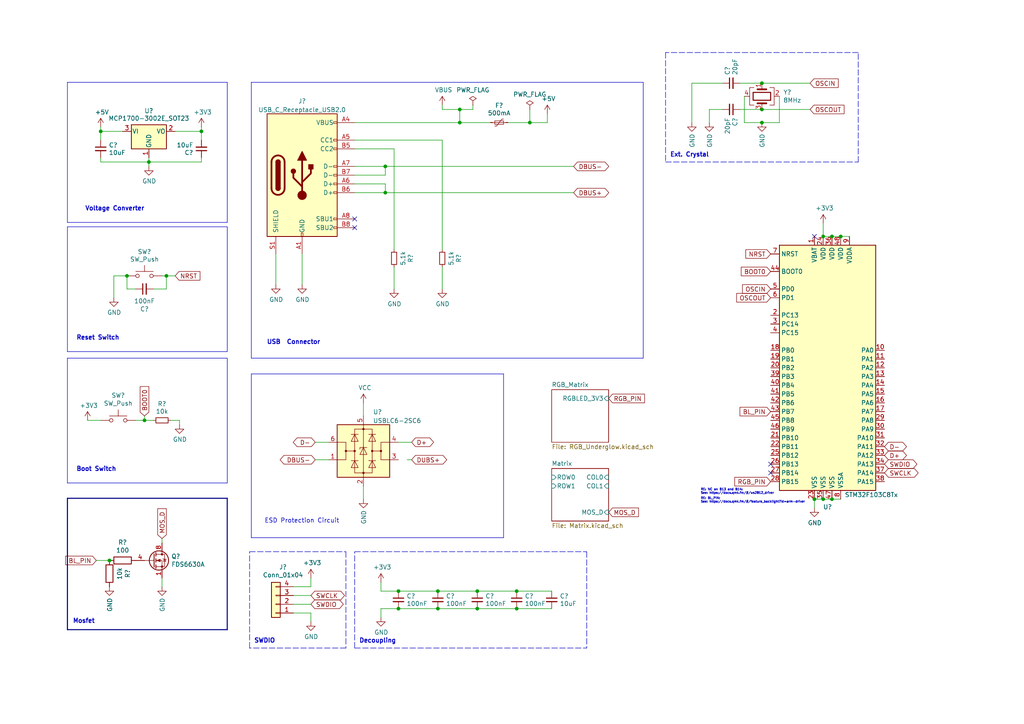
<source format=kicad_sch>
(kicad_sch (version 20211123) (generator eeschema)
  (paper "A4")
  (lib_symbols
    (symbol "Connector:USB_C_Receptacle_USB2.0" (pin_names (offset 1.016))
      (property "Reference" "J" (at -10.16 19.05 0))
      (property "Value" "USB_C_Receptacle_USB2.0" (at 19.05 19.05 0))
      (symbol "USB_C_Receptacle_USB2.0_0_0"
        (rectangle (start -0.254 -17.78) (end 0.254 -16.764))
        (rectangle (start 10.16 -14.986) (end 9.144 -15.494))
        (rectangle (start 10.16 -12.446) (end 9.144 -12.954))
        (rectangle (start 10.16 -4.826) (end 9.144 -5.334))
        (rectangle (start 10.16 -2.286) (end 9.144 -2.794))
        (rectangle (start 10.16 0.254) (end 9.144 -0.254))
        (rectangle (start 10.16 2.794) (end 9.144 2.286))
        (rectangle (start 10.16 7.874) (end 9.144 7.366))
        (rectangle (start 10.16 10.414) (end 9.144 9.906))
        (rectangle (start 10.16 15.494) (end 9.144 14.986))
      )
      (symbol "USB_C_Receptacle_USB2.0_0_1"
        (rectangle (start -10.16 17.78) (end 10.16 -17.78) (stroke (width 0.254)) (fill (type background)))
        (arc (start -8.89 -3.81) (mid -6.985 -5.715) (end -5.08 -3.81) (stroke (width 0.508)))
        (arc (start -7.62 -3.81) (mid -6.985 -4.445) (end -6.35 -3.81) (stroke (width 0.254)))
        (arc (start -7.62 -3.81) (mid -6.985 -4.445) (end -6.35 -3.81) (stroke (width 0.254)) (fill (type outline)))
        (rectangle (start -7.62 -3.81) (end -6.35 3.81) (stroke (width 0.254)) (fill (type outline)))
        (arc (start -6.35 3.81) (mid -6.985 4.445) (end -7.62 3.81) (stroke (width 0.254)))
        (arc (start -6.35 3.81) (mid -6.985 4.445) (end -7.62 3.81) (stroke (width 0.254)) (fill (type outline)))
        (arc (start -5.08 3.81) (mid -6.985 5.715) (end -8.89 3.81) (stroke (width 0.508)))
        (circle (center -2.54 1.143) (radius 0.635) (stroke (width 0.254)) (fill (type outline)))
        (circle (center 0 -5.842) (radius 1.27) (fill (type outline)))
        (polyline (pts (xy -8.89 -3.81) (xy -8.89 3.81)) (stroke (width 0.508)))
        (polyline (pts (xy -5.08 3.81) (xy -5.08 -3.81)) (stroke (width 0.508)))
        (polyline (pts (xy 0 -5.842) (xy 0 4.318)) (stroke (width 0.508)))
        (polyline (pts (xy 0 -3.302) (xy -2.54 -0.762) (xy -2.54 0.508)) (stroke (width 0.508)))
        (polyline (pts (xy 0 -2.032) (xy 2.54 0.508) (xy 2.54 1.778)) (stroke (width 0.508)))
        (polyline (pts (xy -1.27 4.318) (xy 0 6.858) (xy 1.27 4.318) (xy -1.27 4.318)) (stroke (width 0.254)) (fill (type outline)))
        (rectangle (start 1.905 1.778) (end 3.175 3.048) (stroke (width 0.254)) (fill (type outline)))
      )
      (symbol "USB_C_Receptacle_USB2.0_1_1"
        (pin passive line (at 0 -22.86 90) (length 5.08) (name "GND") (number "A1"))
        (pin passive line (at 0 -22.86 90) (length 5.08) hide (name "GND") (number "A12"))
        (pin passive line (at 15.24 15.24 180) (length 5.08) (name "VBUS") (number "A4"))
        (pin bidirectional line (at 15.24 10.16 180) (length 5.08) (name "CC1") (number "A5"))
        (pin bidirectional line (at 15.24 -2.54 180) (length 5.08) (name "D+") (number "A6"))
        (pin bidirectional line (at 15.24 2.54 180) (length 5.08) (name "D-") (number "A7"))
        (pin bidirectional line (at 15.24 -12.7 180) (length 5.08) (name "SBU1") (number "A8"))
        (pin passive line (at 15.24 15.24 180) (length 5.08) hide (name "VBUS") (number "A9"))
        (pin passive line (at 0 -22.86 90) (length 5.08) hide (name "GND") (number "B1"))
        (pin passive line (at 0 -22.86 90) (length 5.08) hide (name "GND") (number "B12"))
        (pin passive line (at 15.24 15.24 180) (length 5.08) hide (name "VBUS") (number "B4"))
        (pin bidirectional line (at 15.24 7.62 180) (length 5.08) (name "CC2") (number "B5"))
        (pin bidirectional line (at 15.24 -5.08 180) (length 5.08) (name "D+") (number "B6"))
        (pin bidirectional line (at 15.24 0 180) (length 5.08) (name "D-") (number "B7"))
        (pin bidirectional line (at 15.24 -15.24 180) (length 5.08) (name "SBU2") (number "B8"))
        (pin passive line (at 15.24 15.24 180) (length 5.08) hide (name "VBUS") (number "B9"))
        (pin passive line (at -7.62 -22.86 90) (length 5.08) (name "SHIELD") (number "S1"))
      )
    )
    (symbol "Connector_Generic:Conn_01x04" (pin_names (offset 1.016) hide)
      (property "Reference" "J" (at 0 5.08 0))
      (property "Value" "Conn_01x04" (at 0 -7.62 0))
      (symbol "Conn_01x04_1_1"
        (rectangle (start -1.27 -4.953) (end 0 -5.207) (stroke (width 0.1524)))
        (rectangle (start -1.27 -2.413) (end 0 -2.667) (stroke (width 0.1524)))
        (rectangle (start -1.27 0.127) (end 0 -0.127) (stroke (width 0.1524)))
        (rectangle (start -1.27 2.667) (end 0 2.413) (stroke (width 0.1524)))
        (rectangle (start -1.27 3.81) (end 1.27 -6.35) (stroke (width 0.254)) (fill (type background)))
        (pin passive line (at -5.08 2.54 0) (length 3.81) (name "Pin_1") (number "1"))
        (pin passive line (at -5.08 0 0) (length 3.81) (name "Pin_2") (number "2"))
        (pin passive line (at -5.08 -2.54 0) (length 3.81) (name "Pin_3") (number "3"))
        (pin passive line (at -5.08 -5.08 0) (length 3.81) (name "Pin_4") (number "4"))
      )
    )
    (symbol "Device:C_Small" (pin_numbers hide) (pin_names (offset 0.254) hide)
      (property "Reference" "C" (at 0.254 1.778 0))
      (property "Value" "C_Small" (at 0.254 -2.032 0))
      (symbol "C_Small_0_1"
        (polyline (pts (xy -1.524 -0.508) (xy 1.524 -0.508)) (stroke (width 0.3302)))
        (polyline (pts (xy -1.524 0.508) (xy 1.524 0.508)) (stroke (width 0.3048)))
      )
      (symbol "C_Small_1_1"
        (pin passive line (at 0 2.54 270) (length 2.032) (name "~") (number "1"))
        (pin passive line (at 0 -2.54 90) (length 2.032) (name "~") (number "2"))
      )
    )
    (symbol "Device:Crystal_GND24" (pin_names (offset 1.016) hide)
      (property "Reference" "Y" (at 3.175 5.08 0))
      (property "Value" "Crystal_GND24" (at 3.175 3.175 0))
      (symbol "Crystal_GND24_0_1"
        (rectangle (start -1.143 2.54) (end 1.143 -2.54) (stroke (width 0.3048)))
        (polyline (pts (xy -2.54 0) (xy -2.032 0)))
        (polyline (pts (xy -2.032 -1.27) (xy -2.032 1.27)) (stroke (width 0.508)))
        (polyline (pts (xy 0 -3.81) (xy 0 -3.556)))
        (polyline (pts (xy 0 3.556) (xy 0 3.81)))
        (polyline (pts (xy 2.032 -1.27) (xy 2.032 1.27)) (stroke (width 0.508)))
        (polyline (pts (xy 2.032 0) (xy 2.54 0)))
        (polyline (pts (xy -2.54 -2.286) (xy -2.54 -3.556) (xy 2.54 -3.556) (xy 2.54 -2.286)))
        (polyline (pts (xy -2.54 2.286) (xy -2.54 3.556) (xy 2.54 3.556) (xy 2.54 2.286)))
      )
      (symbol "Crystal_GND24_1_1"
        (pin passive line (at -3.81 0 0) (length 1.27) (name "1") (number "1"))
        (pin passive line (at 0 5.08 270) (length 1.27) (name "2") (number "2"))
        (pin passive line (at 3.81 0 180) (length 1.27) (name "3") (number "3"))
        (pin passive line (at 0 -5.08 90) (length 1.27) (name "4") (number "4"))
      )
    )
    (symbol "Device:Polyfuse_Small" (pin_numbers hide) (pin_names (offset 0))
      (property "Reference" "F" (at -1.905 0 90))
      (property "Value" "Polyfuse_Small" (at 1.905 0 90))
      (symbol "Polyfuse_Small_0_1"
        (rectangle (start -0.508 1.27) (end 0.508 -1.27))
        (polyline (pts (xy 0 2.54) (xy 0 -2.54)))
        (polyline (pts (xy -1.016 1.27) (xy -1.016 0.762) (xy 1.016 -0.762) (xy 1.016 -1.27)))
      )
      (symbol "Polyfuse_Small_1_1"
        (pin passive line (at 0 2.54 270) (length 0.635) (name "~") (number "1"))
        (pin passive line (at 0 -2.54 90) (length 0.635) (name "~") (number "2"))
      )
    )
    (symbol "Device:R" (pin_numbers hide) (pin_names (offset 0))
      (property "Reference" "R" (at 2.032 0 90))
      (property "Value" "R" (at 0 0 90))
      (symbol "R_0_1"
        (rectangle (start -1.016 -2.54) (end 1.016 2.54) (stroke (width 0.254)))
      )
      (symbol "R_1_1"
        (pin passive line (at 0 3.81 270) (length 1.27) (name "~") (number "1"))
        (pin passive line (at 0 -3.81 90) (length 1.27) (name "~") (number "2"))
      )
    )
    (symbol "Device:R_Small" (pin_numbers hide) (pin_names (offset 0.254) hide)
      (property "Reference" "R" (at 0.762 0.508 0))
      (property "Value" "R_Small" (at 0.762 -1.016 0))
      (symbol "R_Small_0_1"
        (rectangle (start -0.762 1.778) (end 0.762 -1.778) (stroke (width 0.2032)))
      )
      (symbol "R_Small_1_1"
        (pin passive line (at 0 2.54 270) (length 0.762) (name "~") (number "1"))
        (pin passive line (at 0 -2.54 90) (length 0.762) (name "~") (number "2"))
      )
    )
    (symbol "MCU_ST_STM32F1:STM32F103C8Tx"
      (property "Reference" "U" (at -15.24 36.83 0))
      (property "Value" "STM32F103C8Tx" (at 7.62 36.83 0))
      (symbol "STM32F103C8Tx_0_1"
        (rectangle (start -15.24 -35.56) (end 12.7 35.56) (stroke (width 0.254)) (fill (type background)))
      )
      (symbol "STM32F103C8Tx_1_1"
        (pin power_in line (at -5.08 38.1 270) (length 2.54) (name "VBAT") (number "1"))
        (pin bidirectional line (at 15.24 5.08 180) (length 2.54) (name "PA0") (number "10"))
        (pin bidirectional line (at 15.24 2.54 180) (length 2.54) (name "PA1") (number "11"))
        (pin bidirectional line (at 15.24 0 180) (length 2.54) (name "PA2") (number "12"))
        (pin bidirectional line (at 15.24 -2.54 180) (length 2.54) (name "PA3") (number "13"))
        (pin bidirectional line (at 15.24 -5.08 180) (length 2.54) (name "PA4") (number "14"))
        (pin bidirectional line (at 15.24 -7.62 180) (length 2.54) (name "PA5") (number "15"))
        (pin bidirectional line (at 15.24 -10.16 180) (length 2.54) (name "PA6") (number "16"))
        (pin bidirectional line (at 15.24 -12.7 180) (length 2.54) (name "PA7") (number "17"))
        (pin bidirectional line (at -17.78 5.08 0) (length 2.54) (name "PB0") (number "18"))
        (pin bidirectional line (at -17.78 2.54 0) (length 2.54) (name "PB1") (number "19"))
        (pin bidirectional line (at -17.78 15.24 0) (length 2.54) (name "PC13") (number "2"))
        (pin bidirectional line (at -17.78 0 0) (length 2.54) (name "PB2") (number "20"))
        (pin bidirectional line (at -17.78 -20.32 0) (length 2.54) (name "PB10") (number "21"))
        (pin bidirectional line (at -17.78 -22.86 0) (length 2.54) (name "PB11") (number "22"))
        (pin power_in line (at -5.08 -38.1 90) (length 2.54) (name "VSS") (number "23"))
        (pin power_in line (at -2.54 38.1 270) (length 2.54) (name "VDD") (number "24"))
        (pin bidirectional line (at -17.78 -25.4 0) (length 2.54) (name "PB12") (number "25"))
        (pin bidirectional line (at -17.78 -27.94 0) (length 2.54) (name "PB13") (number "26"))
        (pin bidirectional line (at -17.78 -30.48 0) (length 2.54) (name "PB14") (number "27"))
        (pin bidirectional line (at -17.78 -33.02 0) (length 2.54) (name "PB15") (number "28"))
        (pin bidirectional line (at 15.24 -15.24 180) (length 2.54) (name "PA8") (number "29"))
        (pin bidirectional line (at -17.78 12.7 0) (length 2.54) (name "PC14") (number "3"))
        (pin bidirectional line (at 15.24 -17.78 180) (length 2.54) (name "PA9") (number "30"))
        (pin bidirectional line (at 15.24 -20.32 180) (length 2.54) (name "PA10") (number "31"))
        (pin bidirectional line (at 15.24 -22.86 180) (length 2.54) (name "PA11") (number "32"))
        (pin bidirectional line (at 15.24 -25.4 180) (length 2.54) (name "PA12") (number "33"))
        (pin bidirectional line (at 15.24 -27.94 180) (length 2.54) (name "PA13") (number "34"))
        (pin power_in line (at -2.54 -38.1 90) (length 2.54) (name "VSS") (number "35"))
        (pin power_in line (at 0 38.1 270) (length 2.54) (name "VDD") (number "36"))
        (pin bidirectional line (at 15.24 -30.48 180) (length 2.54) (name "PA14") (number "37"))
        (pin bidirectional line (at 15.24 -33.02 180) (length 2.54) (name "PA15") (number "38"))
        (pin bidirectional line (at -17.78 -2.54 0) (length 2.54) (name "PB3") (number "39"))
        (pin bidirectional line (at -17.78 10.16 0) (length 2.54) (name "PC15") (number "4"))
        (pin bidirectional line (at -17.78 -5.08 0) (length 2.54) (name "PB4") (number "40"))
        (pin bidirectional line (at -17.78 -7.62 0) (length 2.54) (name "PB5") (number "41"))
        (pin bidirectional line (at -17.78 -10.16 0) (length 2.54) (name "PB6") (number "42"))
        (pin bidirectional line (at -17.78 -12.7 0) (length 2.54) (name "PB7") (number "43"))
        (pin input line (at -17.78 27.94 0) (length 2.54) (name "BOOT0") (number "44"))
        (pin bidirectional line (at -17.78 -15.24 0) (length 2.54) (name "PB8") (number "45"))
        (pin bidirectional line (at -17.78 -17.78 0) (length 2.54) (name "PB9") (number "46"))
        (pin power_in line (at 0 -38.1 90) (length 2.54) (name "VSS") (number "47"))
        (pin power_in line (at 2.54 38.1 270) (length 2.54) (name "VDD") (number "48"))
        (pin input line (at -17.78 22.86 0) (length 2.54) (name "PD0") (number "5"))
        (pin input line (at -17.78 20.32 0) (length 2.54) (name "PD1") (number "6"))
        (pin input line (at -17.78 33.02 0) (length 2.54) (name "NRST") (number "7"))
        (pin power_in line (at 2.54 -38.1 90) (length 2.54) (name "VSSA") (number "8"))
        (pin power_in line (at 5.08 38.1 270) (length 2.54) (name "VDDA") (number "9"))
      )
    )
    (symbol "Power_Protection:USBLC6-2SC6" (pin_names hide)
      (property "Reference" "U" (at 2.54 8.89 0))
      (property "Value" "USBLC6-2SC6" (at 2.54 -8.89 0))
      (symbol "USBLC6-2SC6_0_1"
        (rectangle (start -7.62 -7.62) (end 7.62 7.62) (stroke (width 0.254)) (fill (type background)))
        (circle (center -5.08 0) (radius 0.254) (fill (type outline)))
        (circle (center -2.54 0) (radius 0.254) (fill (type outline)))
        (rectangle (start -2.54 6.35) (end 2.54 -6.35))
        (circle (center 0 -6.35) (radius 0.254) (fill (type outline)))
        (polyline (pts (xy -5.08 -2.54) (xy -7.62 -2.54)))
        (polyline (pts (xy -5.08 0) (xy -5.08 -2.54)))
        (polyline (pts (xy -5.08 2.54) (xy -7.62 2.54)))
        (polyline (pts (xy -1.524 -2.794) (xy -3.556 -2.794)))
        (polyline (pts (xy -1.524 4.826) (xy -3.556 4.826)))
        (polyline (pts (xy 0 -7.62) (xy 0 -6.35)))
        (polyline (pts (xy 0 -6.35) (xy 0 1.27)))
        (polyline (pts (xy 0 1.27) (xy 0 6.35)))
        (polyline (pts (xy 0 6.35) (xy 0 7.62)))
        (polyline (pts (xy 1.524 -2.794) (xy 3.556 -2.794)))
        (polyline (pts (xy 1.524 4.826) (xy 3.556 4.826)))
        (polyline (pts (xy 5.08 -2.54) (xy 7.62 -2.54)))
        (polyline (pts (xy 5.08 0) (xy 5.08 -2.54)))
        (polyline (pts (xy 5.08 2.54) (xy 7.62 2.54)))
        (polyline (pts (xy -2.54 0) (xy -5.08 0) (xy -5.08 2.54)))
        (polyline (pts (xy 2.54 0) (xy 5.08 0) (xy 5.08 2.54)))
        (polyline (pts (xy -3.556 -4.826) (xy -1.524 -4.826) (xy -2.54 -2.794) (xy -3.556 -4.826)))
        (polyline (pts (xy -3.556 2.794) (xy -1.524 2.794) (xy -2.54 4.826) (xy -3.556 2.794)))
        (polyline (pts (xy -1.016 -1.016) (xy 1.016 -1.016) (xy 0 1.016) (xy -1.016 -1.016)))
        (polyline (pts (xy 1.016 1.016) (xy 0.762 1.016) (xy -1.016 1.016) (xy -1.016 0.508)))
        (polyline (pts (xy 3.556 -4.826) (xy 1.524 -4.826) (xy 2.54 -2.794) (xy 3.556 -4.826)))
        (polyline (pts (xy 3.556 2.794) (xy 1.524 2.794) (xy 2.54 4.826) (xy 3.556 2.794)))
        (circle (center 0 6.35) (radius 0.254) (fill (type outline)))
        (circle (center 2.54 0) (radius 0.254) (fill (type outline)))
        (circle (center 5.08 0) (radius 0.254) (fill (type outline)))
      )
      (symbol "USBLC6-2SC6_1_1"
        (pin passive line (at -10.16 -2.54 0) (length 2.54) (name "I/O1") (number "1"))
        (pin passive line (at 0 -10.16 90) (length 2.54) (name "GND") (number "2"))
        (pin passive line (at 10.16 -2.54 180) (length 2.54) (name "I/O2") (number "3"))
        (pin passive line (at 10.16 2.54 180) (length 2.54) (name "I/O2") (number "4"))
        (pin passive line (at 0 10.16 270) (length 2.54) (name "VBUS") (number "5"))
        (pin passive line (at -10.16 2.54 0) (length 2.54) (name "I/O1") (number "6"))
      )
    )
    (symbol "Regulator_Linear:MCP1700-3002E_SOT23" (pin_names (offset 0.254))
      (property "Reference" "U" (at -3.81 3.175 0))
      (property "Value" "MCP1700-3002E_SOT23" (at 0 3.175 0))
      (symbol "MCP1700-3002E_SOT23_0_1"
        (rectangle (start -5.08 1.905) (end 5.08 -5.08) (stroke (width 0.254)) (fill (type background)))
      )
      (symbol "MCP1700-3002E_SOT23_1_1"
        (pin power_in line (at 0 -7.62 90) (length 2.54) (name "GND") (number "1"))
        (pin power_out line (at 7.62 0 180) (length 2.54) (name "VO") (number "2"))
        (pin power_in line (at -7.62 0 0) (length 2.54) (name "VI") (number "3"))
      )
    )
    (symbol "Switch:SW_Push" (pin_numbers hide) (pin_names (offset 1.016) hide)
      (property "Reference" "SW" (at 1.27 2.54 0))
      (property "Value" "SW_Push" (at 0 -1.524 0))
      (symbol "SW_Push_0_1"
        (circle (center -2.032 0) (radius 0.508))
        (polyline (pts (xy 0 1.27) (xy 0 3.048)))
        (polyline (pts (xy 2.54 1.27) (xy -2.54 1.27)))
        (circle (center 2.032 0) (radius 0.508))
        (pin passive line (at -5.08 0 0) (length 2.54) (name "1") (number "1"))
        (pin passive line (at 5.08 0 180) (length 2.54) (name "2") (number "2"))
      )
    )
    (symbol "Transistor_FET:FDS6630A" (pin_names hide)
      (property "Reference" "Q" (at 5.08 2.54 0))
      (property "Value" "FDS6630A" (at 5.08 0 0))
      (symbol "FDS6630A_0_1"
        (polyline (pts (xy 0.254 0) (xy -2.54 0)))
        (polyline (pts (xy 0.254 1.905) (xy 0.254 -1.905)) (stroke (width 0.254)))
        (polyline (pts (xy 0.762 -1.27) (xy 0.762 -2.286)) (stroke (width 0.254)))
        (polyline (pts (xy 0.762 0.508) (xy 0.762 -0.508)) (stroke (width 0.254)))
        (polyline (pts (xy 0.762 2.286) (xy 0.762 1.27)) (stroke (width 0.254)))
        (polyline (pts (xy 2.54 2.54) (xy 2.54 1.778)))
        (polyline (pts (xy 2.54 -2.54) (xy 2.54 0) (xy 0.762 0)))
        (polyline (pts (xy 0.762 -1.778) (xy 3.302 -1.778) (xy 3.302 1.778) (xy 0.762 1.778)))
        (polyline (pts (xy 1.016 0) (xy 2.032 0.381) (xy 2.032 -0.381) (xy 1.016 0)) (fill (type outline)))
        (polyline (pts (xy 2.794 0.508) (xy 2.921 0.381) (xy 3.683 0.381) (xy 3.81 0.254)))
        (polyline (pts (xy 3.302 0.381) (xy 2.921 -0.254) (xy 3.683 -0.254) (xy 3.302 0.381)))
        (circle (center 1.651 0) (radius 2.794) (stroke (width 0.254)))
        (circle (center 2.54 -1.778) (radius 0.254) (fill (type outline)))
        (circle (center 2.54 1.778) (radius 0.254) (fill (type outline)))
      )
      (symbol "FDS6630A_1_1"
        (pin passive line (at 2.54 -5.08 90) (length 2.54) (name "S") (number "1"))
        (pin passive line (at 2.54 -5.08 90) (length 2.54) hide (name "S") (number "2"))
        (pin passive line (at 2.54 -5.08 90) (length 2.54) hide (name "S") (number "3"))
        (pin input line (at -5.08 0 0) (length 2.54) (name "G") (number "4"))
        (pin passive line (at 2.54 5.08 270) (length 2.54) hide (name "D") (number "5"))
        (pin passive line (at 2.54 5.08 270) (length 2.54) hide (name "D") (number "6"))
        (pin passive line (at 2.54 5.08 270) (length 2.54) hide (name "D") (number "7"))
        (pin passive line (at 2.54 5.08 270) (length 2.54) (name "D") (number "8"))
      )
    )
    (symbol "power:+3V3" (power) (pin_names (offset 0))
      (property "Value" "+3V3" (at 0 3.556 0))
      (symbol "+3V3_0_1"
        (polyline (pts (xy -0.762 1.27) (xy 0 2.54)))
        (polyline (pts (xy 0 0) (xy 0 2.54)))
        (polyline (pts (xy 0 2.54) (xy 0.762 1.27)))
      )
      (symbol "+3V3_1_1"
        (pin power_in line (at 0 0 90) (length 0) hide (name "+3V3") (number "1"))
      )
    )
    (symbol "power:+5V" (power) (pin_names (offset 0))
      (property "Value" "+5V" (at 0 3.556 0))
      (symbol "+5V_0_1"
        (polyline (pts (xy -0.762 1.27) (xy 0 2.54)))
        (polyline (pts (xy 0 0) (xy 0 2.54)))
        (polyline (pts (xy 0 2.54) (xy 0.762 1.27)))
      )
      (symbol "+5V_1_1"
        (pin power_in line (at 0 0 90) (length 0) hide (name "+5V") (number "1"))
      )
    )
    (symbol "power:GND" (power) (pin_names (offset 0))
      (property "Value" "GND" (at 0 -3.81 0))
      (symbol "GND_0_1"
        (polyline (pts (xy 0 0) (xy 0 -1.27) (xy 1.27 -1.27) (xy 0 -2.54) (xy -1.27 -1.27) (xy 0 -1.27)))
      )
      (symbol "GND_1_1"
        (pin power_in line (at 0 0 270) (length 0) hide (name "GND") (number "1"))
      )
    )
    (symbol "power:PWR_FLAG" (power) (pin_numbers hide) (pin_names (offset 0) hide)
      (property "Value" "PWR_FLAG" (at 0 3.81 0))
      (symbol "PWR_FLAG_0_0"
        (pin power_out line (at 0 0 90) (length 0) (name "pwr") (number "1"))
      )
      (symbol "PWR_FLAG_0_1"
        (polyline (pts (xy 0 0) (xy 0 1.27) (xy -1.016 1.905) (xy 0 2.54) (xy 1.016 1.905) (xy 0 1.27)))
      )
    )
    (symbol "power:VBUS" (power) (pin_names (offset 0))
      (property "Value" "VBUS" (at 0 3.81 0))
      (symbol "VBUS_0_1"
        (polyline (pts (xy -0.762 1.27) (xy 0 2.54)))
        (polyline (pts (xy 0 0) (xy 0 2.54)))
        (polyline (pts (xy 0 2.54) (xy 0.762 1.27)))
      )
      (symbol "VBUS_1_1"
        (pin power_in line (at 0 0 90) (length 0) hide (name "VBUS") (number "1"))
      )
    )
    (symbol "power:VCC" (power) (pin_names (offset 0))
      (property "Value" "VCC" (at 0 3.81 0))
      (symbol "VCC_0_1"
        (polyline (pts (xy -0.762 1.27) (xy 0 2.54)))
        (polyline (pts (xy 0 0) (xy 0 2.54)))
        (polyline (pts (xy 0 2.54) (xy 0.762 1.27)))
      )
      (symbol "VCC_1_1"
        (pin power_in line (at 0 0 90) (length 0) hide (name "VCC") (number "1"))
      )
    )
  )
  (junction (at 111.76 55.88))
  (junction (at 138.43 171.45))
  (junction (at 127 176.53))
  (junction (at 236.22 144.78))
  (junction (at 115.57 176.53))
  (junction (at 220.98 24.13))
  (junction (at 58.42 38.1))
  (junction (at 127 171.45))
  (junction (at 29.21 38.1))
  (junction (at 36.83 80.01))
  (junction (at 153.67 35.56))
  (junction (at 149.86 171.45))
  (junction (at 111.76 48.26))
  (junction (at 241.3 144.78))
  (junction (at 243.84 68.58))
  (junction (at 133.35 31.75))
  (junction (at 115.57 171.45))
  (junction (at 41.91 121.92))
  (junction (at 241.3 68.58))
  (junction (at 220.98 31.75))
  (junction (at 220.98 35.56))
  (junction (at 238.76 144.78))
  (junction (at 48.26 80.01))
  (junction (at 138.43 176.53))
  (junction (at 31.75 162.56))
  (junction (at 149.86 176.53))
  (junction (at 133.35 35.56))
  (junction (at 43.18 46.99))
  (junction (at 238.76 68.58))
  (no_connect (at 102.87 66.04))
  (no_connect (at 223.52 134.62))
  (no_connect (at 102.87 63.5))
  (no_connect (at 236.22 68.58))
  (no_connect (at 223.52 137.16))
  (wire (pts (xy 200.66 24.13) (xy 200.66 35.56)))
  (polyline (pts (xy 19.558 64.516) (xy 19.558 23.876)) (stroke (width 0) (type solid)))
  (wire (pts (xy 111.76 48.26) (xy 166.37 48.26)))
  (wire (pts (xy 50.8 38.1) (xy 58.42 38.1)))
  (wire (pts (xy 236.22 144.78) (xy 236.22 147.32)))
  (wire (pts (xy 29.21 38.1) (xy 29.21 40.64)))
  (wire (pts (xy 41.91 120.65) (xy 41.91 121.92)))
  (wire (pts (xy 105.41 116.84) (xy 105.41 120.65)))
  (wire (pts (xy 209.55 24.13) (xy 200.66 24.13)))
  (polyline (pts (xy 186.563 103.886) (xy 186.563 23.876)) (stroke (width 0) (type solid)))
  (wire (pts (xy 226.06 27.94) (xy 226.06 35.56)))
  (bus (pts (xy 65.913 182.626) (xy 19.558 182.626)))
  (wire (pts (xy 137.16 31.75) (xy 137.16 30.48)))
  (wire (pts (xy 46.99 80.01) (xy 48.26 80.01)))
  (wire (pts (xy 209.55 31.75) (xy 205.74 31.75)))
  (polyline (pts (xy 102.87 187.96) (xy 170.18 187.96)))
  (polyline (pts (xy 193.04 46.99) (xy 248.92 46.99)))
  (polyline (pts (xy 19.558 101.981) (xy 19.558 65.786)) (stroke (width 0) (type solid)))
  (wire (pts (xy 36.83 80.01) (xy 33.02 80.01)))
  (wire (pts (xy 90.17 170.18) (xy 90.17 167.64)))
  (wire (pts (xy 214.63 24.13) (xy 220.98 24.13)))
  (wire (pts (xy 246.38 68.58) (xy 243.84 68.58)))
  (wire (pts (xy 87.63 82.55) (xy 87.63 73.66)))
  (wire (pts (xy 127 176.53) (xy 115.57 176.53)))
  (wire (pts (xy 214.63 31.75) (xy 220.98 31.75)))
  (wire (pts (xy 85.09 177.8) (xy 90.17 177.8)))
  (wire (pts (xy 153.67 31.75) (xy 153.67 35.56)))
  (wire (pts (xy 102.87 55.88) (xy 111.76 55.88)))
  (wire (pts (xy 114.3 43.18) (xy 102.87 43.18)))
  (bus (pts (xy 19.558 182.626) (xy 19.558 144.526)))
  (polyline (pts (xy 170.18 160.02) (xy 170.18 187.96)))
  (wire (pts (xy 115.57 128.27) (xy 119.38 128.27)))
  (wire (pts (xy 102.87 53.34) (xy 111.76 53.34)))
  (wire (pts (xy 118.11 133.35) (xy 119.38 133.35)))
  (wire (pts (xy 90.17 177.8) (xy 90.17 180.34)))
  (wire (pts (xy 114.3 83.82) (xy 114.3 77.47)))
  (wire (pts (xy 29.21 38.1) (xy 35.56 38.1)))
  (polyline (pts (xy 72.898 103.886) (xy 186.563 103.886)) (stroke (width 0) (type solid)))
  (polyline (pts (xy 146.05 108.458) (xy 146.05 155.956)) (stroke (width 0) (type solid)))
  (wire (pts (xy 36.83 83.82) (xy 36.83 80.01)))
  (polyline (pts (xy 65.913 103.886) (xy 65.913 140.081)) (stroke (width 0) (type solid)))
  (polyline (pts (xy 19.558 64.516) (xy 65.913 64.516)) (stroke (width 0) (type solid)))
  (wire (pts (xy 149.86 171.45) (xy 160.02 171.45)))
  (wire (pts (xy 102.87 40.64) (xy 128.27 40.64)))
  (bus (pts (xy 65.913 144.526) (xy 65.913 182.626)))
  (wire (pts (xy 48.26 83.82) (xy 44.45 83.82)))
  (wire (pts (xy 236.22 144.78) (xy 238.76 144.78)))
  (wire (pts (xy 110.49 171.45) (xy 110.49 168.91)))
  (wire (pts (xy 91.44 128.27) (xy 95.25 128.27)))
  (wire (pts (xy 102.87 48.26) (xy 111.76 48.26)))
  (wire (pts (xy 128.27 40.64) (xy 128.27 72.39)))
  (wire (pts (xy 43.18 46.99) (xy 58.42 46.99)))
  (wire (pts (xy 205.74 31.75) (xy 205.74 35.56)))
  (wire (pts (xy 48.26 80.01) (xy 50.8 80.01)))
  (polyline (pts (xy 100.33 160.02) (xy 100.33 187.96)))
  (wire (pts (xy 243.84 68.58) (xy 241.3 68.58)))
  (wire (pts (xy 133.35 31.75) (xy 133.35 35.56)))
  (polyline (pts (xy 65.913 23.876) (xy 65.913 64.516)) (stroke (width 0) (type solid)))
  (wire (pts (xy 46.99 156.21) (xy 46.99 157.48)))
  (wire (pts (xy 58.42 38.1) (xy 58.42 40.64)))
  (wire (pts (xy 49.53 121.92) (xy 52.07 121.92)))
  (wire (pts (xy 90.17 175.26) (xy 85.09 175.26)))
  (wire (pts (xy 111.76 55.88) (xy 166.37 55.88)))
  (polyline (pts (xy 248.92 46.99) (xy 248.92 15.24)))
  (wire (pts (xy 138.43 171.45) (xy 127 171.45)))
  (wire (pts (xy 220.98 35.56) (xy 215.9 35.56)))
  (wire (pts (xy 43.18 45.72) (xy 43.18 46.99)))
  (wire (pts (xy 149.86 171.45) (xy 138.43 171.45)))
  (polyline (pts (xy 72.39 187.96) (xy 72.39 160.02)))
  (polyline (pts (xy 65.913 101.981) (xy 19.558 101.981)) (stroke (width 0) (type solid)))
  (wire (pts (xy 58.42 38.1) (xy 58.42 36.83)))
  (wire (pts (xy 102.87 50.8) (xy 111.76 50.8)))
  (polyline (pts (xy 72.39 160.02) (xy 100.33 160.02)))
  (wire (pts (xy 220.98 31.75) (xy 234.95 31.75)))
  (wire (pts (xy 85.09 170.18) (xy 90.17 170.18)))
  (wire (pts (xy 158.75 35.56) (xy 158.75 33.02)))
  (wire (pts (xy 160.02 176.53) (xy 149.86 176.53)))
  (wire (pts (xy 58.42 46.99) (xy 58.42 45.72)))
  (wire (pts (xy 91.44 133.35) (xy 95.25 133.35)))
  (wire (pts (xy 153.67 35.56) (xy 158.75 35.56)))
  (wire (pts (xy 138.43 176.53) (xy 127 176.53)))
  (polyline (pts (xy 102.87 187.96) (xy 102.87 160.02)))
  (polyline (pts (xy 65.913 140.081) (xy 19.558 140.081)) (stroke (width 0) (type solid)))
  (polyline (pts (xy 72.898 23.876) (xy 72.898 103.886)) (stroke (width 0) (type solid)))
  (wire (pts (xy 41.91 121.92) (xy 44.45 121.92)))
  (wire (pts (xy 25.4 121.92) (xy 29.21 121.92)))
  (wire (pts (xy 128.27 77.47) (xy 128.27 83.82)))
  (wire (pts (xy 115.57 171.45) (xy 110.49 171.45)))
  (polyline (pts (xy 19.558 140.081) (xy 19.558 103.886)) (stroke (width 0) (type solid)))
  (wire (pts (xy 147.32 35.56) (xy 153.67 35.56)))
  (polyline (pts (xy 248.92 15.24) (xy 193.04 15.24)))
  (wire (pts (xy 133.35 35.56) (xy 142.24 35.56)))
  (polyline (pts (xy 72.898 108.458) (xy 146.05 108.458)) (stroke (width 0) (type solid)))
  (wire (pts (xy 43.18 46.99) (xy 43.18 48.26)))
  (polyline (pts (xy 65.913 65.786) (xy 65.913 101.981)) (stroke (width 0) (type solid)))
  (wire (pts (xy 128.27 30.48) (xy 128.27 31.75)))
  (wire (pts (xy 46.99 167.64) (xy 46.99 170.18)))
  (wire (pts (xy 115.57 176.53) (xy 110.49 176.53)))
  (wire (pts (xy 39.37 83.82) (xy 36.83 83.82)))
  (wire (pts (xy 29.21 46.99) (xy 43.18 46.99)))
  (wire (pts (xy 111.76 53.34) (xy 111.76 55.88)))
  (wire (pts (xy 238.76 144.78) (xy 241.3 144.78)))
  (polyline (pts (xy 193.04 15.24) (xy 193.04 46.99)))
  (wire (pts (xy 29.21 45.72) (xy 29.21 46.99)))
  (wire (pts (xy 39.37 121.92) (xy 41.91 121.92)))
  (bus (pts (xy 19.558 144.526) (xy 65.913 144.526)))
  (wire (pts (xy 215.9 27.94) (xy 215.9 35.56)))
  (polyline (pts (xy 186.563 23.876) (xy 72.898 23.876)) (stroke (width 0) (type solid)))
  (polyline (pts (xy 19.558 23.876) (xy 65.913 23.876)) (stroke (width 0) (type solid)))
  (wire (pts (xy 241.3 144.78) (xy 243.84 144.78)))
  (wire (pts (xy 226.06 35.56) (xy 220.98 35.56)))
  (polyline (pts (xy 100.33 187.96) (xy 72.39 187.96)))
  (wire (pts (xy 110.49 176.53) (xy 110.49 179.07)))
  (wire (pts (xy 105.41 140.97) (xy 105.41 144.78)))
  (wire (pts (xy 102.87 35.56) (xy 133.35 35.56)))
  (wire (pts (xy 27.94 162.56) (xy 31.75 162.56)))
  (polyline (pts (xy 19.558 65.786) (xy 65.913 65.786)) (stroke (width 0) (type solid)))
  (wire (pts (xy 220.98 24.13) (xy 234.95 24.13)))
  (polyline (pts (xy 72.898 155.956) (xy 146.05 155.956)) (stroke (width 0) (type solid)))
  (wire (pts (xy 128.27 31.75) (xy 133.35 31.75)))
  (wire (pts (xy 48.26 80.01) (xy 48.26 83.82)))
  (wire (pts (xy 238.76 64.77) (xy 238.76 68.58)))
  (wire (pts (xy 133.35 31.75) (xy 137.16 31.75)))
  (wire (pts (xy 29.21 36.83) (xy 29.21 38.1)))
  (wire (pts (xy 111.76 50.8) (xy 111.76 48.26)))
  (wire (pts (xy 241.3 68.58) (xy 238.76 68.58)))
  (wire (pts (xy 80.01 82.55) (xy 80.01 73.66)))
  (wire (pts (xy 33.02 80.01) (xy 33.02 86.36)))
  (wire (pts (xy 114.3 43.18) (xy 114.3 72.39)))
  (polyline (pts (xy 72.898 155.956) (xy 72.898 108.458)) (stroke (width 0) (type solid)))
  (wire (pts (xy 149.86 176.53) (xy 138.43 176.53)))
  (polyline (pts (xy 19.558 103.886) (xy 65.913 103.886)) (stroke (width 0) (type solid)))
  (wire (pts (xy 52.07 121.92) (xy 52.07 123.19)))
  (polyline (pts (xy 102.87 160.02) (xy 170.18 160.02)))
  (wire (pts (xy 85.09 172.72) (xy 90.17 172.72)))
  (wire (pts (xy 127 171.45) (xy 115.57 171.45)))
  (text "SWDIO" (at 73.66 186.69 0) (effects (font (size 1.27 1.27) (thickness 0.254) bold) (justify left bottom)))
  (text "USB  Connector" (at 77.343 100.076 0) (effects (font (size 1.27 1.27) (thickness 0.254) bold) (justify left bottom)))
  (text "ESD Protection Circuit" (at 76.708 151.892 0) (effects (font (size 1.27 1.27)) (justify left bottom)))
  (text "Ext. Crystal" (at 194.31 45.72 0) (effects (font (size 1.27 1.27) (thickness 0.254) bold) (justify left bottom)))
  (text "Boot Switch\n" (at 22.098 136.906 0) (effects (font (size 1.27 1.27) (thickness 0.254) bold) (justify left bottom)))
  (text "Voltage Converter" (at 24.638 61.341 0) (effects (font (size 1.27 1.27) (thickness 0.254) bold) (justify left bottom)))
  (text "Decoupling" (at 104.14 186.69 0) (effects (font (size 1.27 1.27) (thickness 0.254) bold) (justify left bottom)))
  (text "Mosfet" (at 21.082 180.975 0) (effects (font (size 1.27 1.27) (thickness 0.254) bold) (justify left bottom)))
  (text "RE: NC on B13 and B14:\nSee: https://docs.qmk.fm/#/ws2812_driver" (at 203.2 143.51 0) (effects (font (size 0.635 0.635)) (justify left bottom)))
  (text "RE: BL_PIN:\nSee: https://docs.qmk.fm/#/feature_backlight?id=arm-driver" (at 203.2 146.05 0) (effects (font (size 0.635 0.635)) (justify left bottom)))
  (text "Reset Switch\n" (at 22.098 98.806 0) (effects (font (size 1.27 1.27) (thickness 0.254) bold) (justify left bottom)))
  (global_label "DBUS-" (shape bidirectional) (at 91.44 133.35 180) (property "Intersheet References" "${INTERSHEET_REFS}" (effects hide)))
  (global_label "SWDIO" (shape bidirectional) (at 90.17 175.26 0) (property "Intersheet References" "${INTERSHEET_REFS}" (effects hide)))
  (global_label "OSCIN" (shape input) (at 223.52 83.82 180) (property "Intersheet References" "${INTERSHEET_REFS}" (effects hide)))
  (global_label "MOS_D" (shape input) (at 46.99 156.21 90) (property "Intersheet References" "${INTERSHEET_REFS}" (effects hide)))
  (global_label "D+" (shape bidirectional) (at 119.38 128.27 0) (property "Intersheet References" "${INTERSHEET_REFS}" (effects hide)))
  (global_label "NRST" (shape input) (at 50.8 80.01 0) (property "Intersheet References" "${INTERSHEET_REFS}" (effects hide)))
  (global_label "RGB_PIN" (shape input) (at 176.53 115.57 0) (property "Intersheet References" "${INTERSHEET_REFS}" (effects hide)))
  (global_label "BOOT0" (shape input) (at 223.52 78.74 180) (property "Intersheet References" "${INTERSHEET_REFS}" (effects hide)))
  (global_label "RGB_PIN" (shape input) (at 223.52 139.7 180) (property "Intersheet References" "${INTERSHEET_REFS}" (effects hide)))
  (global_label "DBUS-" (shape bidirectional) (at 166.37 48.26 0) (property "Intersheet References" "${INTERSHEET_REFS}" (effects hide)))
  (global_label "OSCOUT" (shape input) (at 223.52 86.36 180) (property "Intersheet References" "${INTERSHEET_REFS}" (effects hide)))
  (global_label "NRST" (shape input) (at 223.52 73.66 180) (property "Intersheet References" "${INTERSHEET_REFS}" (effects hide)))
  (global_label "BL_PIN" (shape input) (at 27.94 162.56 180) (property "Intersheet References" "${INTERSHEET_REFS}" (effects hide)))
  (global_label "SWCLK" (shape bidirectional) (at 256.54 137.16 0) (property "Intersheet References" "${INTERSHEET_REFS}" (effects hide)))
  (global_label "BOOT0" (shape input) (at 41.91 120.65 90) (property "Intersheet References" "${INTERSHEET_REFS}" (effects hide)))
  (global_label "OSCIN" (shape input) (at 234.95 24.13 0) (property "Intersheet References" "${INTERSHEET_REFS}" (effects hide)))
  (global_label "SWCLK" (shape bidirectional) (at 90.17 172.72 0) (property "Intersheet References" "${INTERSHEET_REFS}" (effects hide)))
  (global_label "D-" (shape bidirectional) (at 256.54 129.54 0) (property "Intersheet References" "${INTERSHEET_REFS}" (effects hide)))
  (global_label "BL_PIN" (shape input) (at 223.52 119.38 180) (property "Intersheet References" "${INTERSHEET_REFS}" (effects hide)))
  (global_label "MOS_D" (shape input) (at 176.53 148.59 0) (property "Intersheet References" "${INTERSHEET_REFS}" (effects hide)))
  (global_label "OSCOUT" (shape input) (at 234.95 31.75 0) (property "Intersheet References" "${INTERSHEET_REFS}" (effects hide)))
  (global_label "SWDIO" (shape bidirectional) (at 256.54 134.62 0) (property "Intersheet References" "${INTERSHEET_REFS}" (effects hide)))
  (global_label "DUBS+" (shape bidirectional) (at 119.38 133.35 0) (property "Intersheet References" "${INTERSHEET_REFS}" (effects hide)))
  (global_label "DBUS+" (shape bidirectional) (at 166.37 55.88 0) (property "Intersheet References" "${INTERSHEET_REFS}" (effects hide)))
  (global_label "D+" (shape bidirectional) (at 256.54 132.08 0) (property "Intersheet References" "${INTERSHEET_REFS}" (effects hide)))
  (global_label "D-" (shape bidirectional) (at 91.44 128.27 180) (property "Intersheet References" "${INTERSHEET_REFS}" (effects hide)))
  (symbol (lib_id "power:GND") (at 87.63 82.55 0) (unit 1)
    (property "Reference" "#PWR?" (effects hide))
    (property "Value" "GND" (at 87.7316 86.8934 0))
  )
  (symbol (lib_id "Device:R_Small") (at 128.27 74.93 180) (unit 1)
    (property "Reference" "R?" (at 133.0452 74.93 90))
    (property "Value" "5.1k" (at 130.8608 74.93 90))
    (property "Footprint" "Resistor_SMD:R_0805_2012Metric" (effects hide))
  )
  (symbol (lib_id "Device:Polyfuse_Small") (at 144.78 35.56 270) (unit 1)
    (property "Reference" "F?" (at 144.78 30.607 90))
    (property "Value" "500mA" (at 144.78 32.7914 90))
    (property "Footprint" "Capacitor_SMD:C_1206_3216Metric_Pad1.42x1.75mm_HandSolder" (effects hide))
  )
  (symbol (lib_id "Device:R_Small") (at 114.3 74.93 180) (unit 1)
    (property "Reference" "R?" (at 119.0752 74.93 90))
    (property "Value" "5.1k" (at 116.8908 74.93 90))
    (property "Footprint" "Resistor_SMD:R_0805_2012Metric" (effects hide))
  )
  (symbol (lib_id "power:PWR_FLAG") (at 153.67 31.75 0) (unit 1)
    (property "Reference" "#FLG?" (effects hide))
    (property "Value" "PWR_FLAG" (at 153.67 27.3812 0))
  )
  (symbol (lib_id "power:PWR_FLAG") (at 137.16 30.48 0) (unit 1)
    (property "Reference" "#FLG?" (effects hide))
    (property "Value" "PWR_FLAG" (at 137.16 26.1112 0))
  )
  (symbol (lib_id "Device:C_Small") (at 29.21 43.18 0) (unit 1)
    (property "Reference" "C?" (at 31.5468 42.0878 0) (effects (justify left)))
    (property "Value" "10uF" (at 31.5468 44.2722 0) (effects (justify left)))
    (property "Footprint" "Capacitor_SMD:C_0603_1608Metric_Pad1.05x0.95mm_HandSolder" (effects hide))
  )
  (symbol (lib_id "power:+5V") (at 29.21 36.83 0) (unit 1)
    (property "Reference" "#PWR?" (effects hide))
    (property "Value" "+5V" (at 29.5656 32.5374 0))
  )
  (symbol (lib_id "power:GND") (at 52.07 123.19 0) (unit 1)
    (property "Reference" "#PWR?" (effects hide))
    (property "Value" "GND" (at 52.1716 127.4572 0))
  )
  (symbol (lib_id "power:+3V3") (at 25.4 121.92 0) (unit 1)
    (property "Reference" "#PWR?" (effects hide))
    (property "Value" "+3V3" (at 25.7556 117.6274 0))
  )
  (symbol (lib_id "Switch:SW_Push") (at 34.29 121.92 0) (unit 1)
    (property "Reference" "SW?" (at 34.29 114.681 0))
    (property "Value" "SW_Push" (at 34.29 116.9924 0))
    (property "Footprint" "Button_Switch_SMD:SW_SPST_TL3342" (effects hide))
  )
  (symbol (lib_id "power:GND") (at 43.18 48.26 0) (unit 1)
    (property "Reference" "#PWR?" (effects hide))
    (property "Value" "GND" (at 43.2816 52.5272 0))
  )
  (symbol (lib_id "power:GND") (at 33.02 86.36 0) (unit 1)
    (property "Reference" "#PWR?" (effects hide))
    (property "Value" "GND" (at 33.1216 90.6272 0))
  )
  (symbol (lib_id "Switch:SW_Push") (at 41.91 80.01 0) (unit 1)
    (property "Reference" "SW?" (at 41.91 73.025 0))
    (property "Value" "SW_Push" (at 41.91 75.2094 0))
    (property "Footprint" "Button_Switch_SMD:SW_SPST_TL3342" (effects hide))
  )
  (symbol (lib_id "Device:C_Small") (at 41.91 83.82 90) (unit 1)
    (property "Reference" "C?" (at 41.91 89.6366 90))
    (property "Value" "100nF" (at 41.91 87.3252 90))
    (property "Footprint" "Capacitor_SMD:C_0603_1608Metric_Pad1.05x0.95mm_HandSolder" (effects hide))
  )
  (symbol (lib_id "Device:R_Small") (at 46.99 121.92 90) (unit 1)
    (property "Reference" "R?" (at 46.99 117.1448 90))
    (property "Value" "10k" (at 46.99 119.3292 90))
    (property "Footprint" "Resistor_SMD:R_0805_2012Metric" (effects hide))
  )
  (symbol (lib_id "Device:C_Small") (at 58.42 43.18 180) (unit 1)
    (property "Reference" "C?" (at 56.0832 44.2722 0) (effects (justify left)))
    (property "Value" "10uF" (at 56.0832 42.0878 0) (effects (justify left)))
    (property "Footprint" "Capacitor_SMD:C_0603_1608Metric_Pad1.05x0.95mm_HandSolder" (effects hide))
  )
  (symbol (lib_id "power:+3V3") (at 58.42 36.83 0) (unit 1)
    (property "Reference" "#PWR?" (effects hide))
    (property "Value" "+3V3" (at 58.7756 32.5374 0))
  )
  (symbol (lib_id "Regulator_Linear:MCP1700-3002E_SOT23") (at 43.18 38.1 0) (unit 1)
    (property "Reference" "U?" (at 43.18 32.1564 0))
    (property "Value" "MCP1700-3002E_SOT23" (at 43.18 34.3408 0))
    (property "Footprint" "Package_TO_SOT_SMD:SOT-23" (effects hide))
    (property "Datasheet" "http://ww1.microchip.com/downloads/en/DeviceDoc/20001826D.pdf" (effects hide))
  )
  (symbol (lib_id "power:+5V") (at 158.75 33.02 0) (unit 1)
    (property "Reference" "#PWR?" (effects hide))
    (property "Value" "+5V" (at 159.1056 28.6512 0))
  )
  (symbol (lib_id "power:VCC") (at 105.41 116.84 0) (unit 1)
    (property "Reference" "#PWR?" (effects hide))
    (property "Value" "VCC" (at 105.8418 112.4712 0))
  )
  (symbol (lib_id "Device:C_Small") (at 115.57 173.99 0) (unit 1)
    (property "Reference" "C?" (at 117.9068 172.8978 0) (effects (justify left)))
    (property "Value" "100nF" (at 117.9068 175.0822 0) (effects (justify left)))
    (property "Footprint" "Capacitor_SMD:C_0603_1608Metric_Pad1.05x0.95mm_HandSolder" (effects hide))
  )
  (symbol (lib_id "Device:C_Small") (at 149.86 173.99 0) (unit 1)
    (property "Reference" "C?" (at 152.1968 172.8978 0) (effects (justify left)))
    (property "Value" "100nF" (at 152.1968 175.0822 0) (effects (justify left)))
    (property "Footprint" "Capacitor_SMD:C_0603_1608Metric_Pad1.05x0.95mm_HandSolder" (effects hide))
  )
  (symbol (lib_id "power:GND") (at 236.22 147.32 0) (unit 1)
    (property "Reference" "#PWR?" (effects hide))
    (property "Value" "GND" (at 236.3216 151.6634 0))
  )
  (symbol (lib_id "Device:C_Small") (at 138.43 173.99 0) (unit 1)
    (property "Reference" "C?" (at 140.7668 172.8978 0) (effects (justify left)))
    (property "Value" "100nF" (at 140.7668 175.0822 0) (effects (justify left)))
    (property "Footprint" "Capacitor_SMD:C_0603_1608Metric_Pad1.05x0.95mm_HandSolder" (effects hide))
  )
  (symbol (lib_id "Device:C_Small") (at 127 173.99 0) (unit 1)
    (property "Reference" "C?" (at 129.3368 172.8978 0) (effects (justify left)))
    (property "Value" "100nF" (at 129.3368 175.0822 0) (effects (justify left)))
    (property "Footprint" "Capacitor_SMD:C_0603_1608Metric_Pad1.05x0.95mm_HandSolder" (effects hide))
  )
  (symbol (lib_id "power:GND") (at 105.41 144.78 0) (unit 1)
    (property "Reference" "#PWR?" (effects hide))
    (property "Value" "GND" (at 105.5116 147.9804 90) (effects (justify right)))
  )
  (symbol (lib_id "Transistor_FET:FDS6630A") (at 44.45 162.56 0) (unit 1)
    (property "Reference" "Q?" (at 49.6824 161.3916 0) (effects (justify left)))
    (property "Value" "FDS6630A" (at 49.6824 163.703 0) (effects (justify left)))
    (property "Footprint" "Package_SO:SOIC-8_3.9x4.9mm_P1.27mm" (effects hide))
    (property "Datasheet" "http://www.onsemi.com/pub/Collateral/FDS6630A-D.pdf" (effects hide))
  )
  (symbol (lib_id "Device:R") (at 35.56 162.56 90) (unit 1)
    (property "Reference" "R?" (at 35.56 157.3022 90))
    (property "Value" "100" (at 35.56 159.6136 90))
  )
  (symbol (lib_id "power:GND") (at 46.99 170.18 0) (unit 1)
    (property "Reference" "#PWR?" (effects hide))
    (property "Value" "GND" (at 47.0916 173.3804 90) (effects (justify right)))
  )
  (symbol (lib_id "Device:R") (at 31.75 166.37 0) (unit 1)
    (property "Reference" "R?" (at 37.0078 166.37 90))
    (property "Value" "10k" (at 34.6964 166.37 90))
  )
  (symbol (lib_id "power:GND") (at 31.75 170.18 0) (unit 1)
    (property "Reference" "#PWR?" (effects hide))
    (property "Value" "GND" (at 31.8516 173.3804 90) (effects (justify right)))
  )
  (symbol (lib_id "Connector_Generic:Conn_01x04") (at 80.01 175.26 180) (unit 1)
    (property "Reference" "J?" (at 82.0928 164.465 0))
    (property "Value" "Conn_01x04" (at 82.0928 166.7764 0))
  )
  (symbol (lib_id "power:+3V3") (at 90.17 167.64 0) (unit 1)
    (property "Reference" "#PWR?" (effects hide))
    (property "Value" "+3V3" (at 90.551 163.2458 0))
  )
  (symbol (lib_id "power:GND") (at 90.17 180.34 0) (unit 1)
    (property "Reference" "#PWR?" (effects hide))
    (property "Value" "GND" (at 90.2716 184.6834 0))
  )
  (symbol (lib_id "MCU_ST_STM32F1:STM32F103C8Tx") (at 241.3 106.68 0) (unit 1)
    (property "Reference" "U?" (at 240.03 147.0406 0))
    (property "Value" "STM32F103C8Tx" (at 252.73 143.51 0))
    (property "Footprint" "Package_QFP:LQFP-48_7x7mm_P0.5mm" (effects hide))
    (property "Datasheet" "http://www.st.com/st-web-ui/static/active/en/resource/technical/document/datasheet/CD00161566.pdf" (effects hide))
  )
  (symbol (lib_id "Device:Crystal_GND24") (at 220.98 27.94 270) (unit 1)
    (property "Reference" "Y?" (at 227.1776 26.7716 90) (effects (justify left)))
    (property "Value" "8MHz" (at 227.1776 29.083 90) (effects (justify left)))
  )
  (symbol (lib_id "Device:C_Small") (at 212.09 31.75 270) (unit 1)
    (property "Reference" "C?" (at 213.1822 34.0868 0) (effects (justify left)))
    (property "Value" "20pF" (at 210.9978 34.0868 0) (effects (justify left)))
    (property "Footprint" "Capacitor_SMD:C_0603_1608Metric_Pad1.05x0.95mm_HandSolder" (effects hide))
  )
  (symbol (lib_id "Device:C_Small") (at 212.09 24.13 90) (unit 1)
    (property "Reference" "C?" (at 210.9978 21.7932 0) (effects (justify left)))
    (property "Value" "20pF" (at 213.1822 21.7932 0) (effects (justify left)))
    (property "Footprint" "Capacitor_SMD:C_0603_1608Metric_Pad1.05x0.95mm_HandSolder" (effects hide))
  )
  (symbol (lib_id "power:GND") (at 205.74 35.56 0) (unit 1)
    (property "Reference" "#PWR?" (effects hide))
    (property "Value" "GND" (at 205.8416 38.7604 90) (effects (justify right)))
  )
  (symbol (lib_id "power:GND") (at 200.66 35.56 0) (unit 1)
    (property "Reference" "#PWR?" (effects hide))
    (property "Value" "GND" (at 200.7616 38.7604 90) (effects (justify right)))
  )
  (symbol (lib_id "power:GND") (at 220.98 35.56 0) (unit 1)
    (property "Reference" "#PWR?" (effects hide))
    (property "Value" "GND" (at 221.0816 38.7604 90) (effects (justify right)))
  )
  (symbol (lib_id "power:+3V3") (at 110.49 168.91 0) (unit 1)
    (property "Reference" "#PWR?" (effects hide))
    (property "Value" "+3V3" (at 110.871 164.5158 0))
  )
  (symbol (lib_id "power:GND") (at 110.49 179.07 0) (unit 1)
    (property "Reference" "#PWR?" (effects hide))
    (property "Value" "GND" (at 110.5916 183.4134 0))
  )
  (symbol (lib_id "power:+3V3") (at 238.76 64.77 0) (unit 1)
    (property "Reference" "#PWR?" (effects hide))
    (property "Value" "+3V3" (at 239.141 60.3758 0))
  )
  (symbol (lib_id "power:VBUS") (at 128.27 30.48 0) (unit 1)
    (property "Reference" "#PWR?" (effects hide))
    (property "Value" "VBUS" (at 128.651 26.0858 0))
  )
  (symbol (lib_id "power:GND") (at 114.3 83.82 0) (unit 1)
    (property "Reference" "#PWR?" (effects hide))
    (property "Value" "GND" (at 114.4016 88.1634 0))
  )
  (symbol (lib_id "power:GND") (at 128.27 83.82 0) (unit 1)
    (property "Reference" "#PWR?" (effects hide))
    (property "Value" "GND" (at 128.3716 88.1634 0))
  )
  (symbol (lib_id "Device:C_Small") (at 160.02 173.99 0) (unit 1)
    (property "Reference" "C?" (at 162.3568 172.8978 0) (effects (justify left)))
    (property "Value" "10uF" (at 162.3568 175.0822 0) (effects (justify left)))
    (property "Footprint" "Capacitor_SMD:C_0603_1608Metric_Pad1.05x0.95mm_HandSolder" (effects hide))
  )
  (symbol (lib_id "power:GND") (at 80.01 82.55 0) (unit 1)
    (property "Reference" "#PWR?" (effects hide))
    (property "Value" "GND" (at 80.1116 86.8934 0))
  )
  (symbol (lib_id "Connector:USB_C_Receptacle_USB2.0") (at 87.63 50.8 0) (unit 1)
    (property "Reference" "J?" (at 87.63 29.3202 0))
    (property "Value" "USB_C_Receptacle_USB2.0" (at 87.63 31.8571 0))
    (property "Datasheet" "https://www.usb.org/sites/default/files/documents/usb_type-c.zip" (effects hide))
  )
  (symbol (lib_id "Power_Protection:USBLC6-2SC6") (at 105.41 130.81 0) (unit 1)
    (property "Reference" "U?" (at 108.1787 119.4902 0) (effects (justify left)))
    (property "Value" "USBLC6-2SC6" (at 108.1787 122.0271 0) (effects (justify left)))
    (property "Footprint" "Package_TO_SOT_SMD:SOT-23-6" (effects hide))
    (property "Datasheet" "https://www.st.com/resource/en/datasheet/usblc6-2.pdf" (effects hide))
  )
  (sheet (at 160.02 135.89) (size 16.51 15.24)
    (property "Sheet name" "Matrix" (at 160.02 135.1784 0) (effects (justify left bottom)))
    (property "Sheet file" "Matrix.kicad_sch" (at 160.02 151.7146 0) (effects (justify left top)))
    (pin "COL0" input (at 176.53 138.43 0))
    (pin "ROW0" input (at 160.02 138.43 180))
    (pin "COL1" input (at 176.53 140.97 0))
    (pin "ROW1" input (at 160.02 140.97 180))
    (pin "MOS_D" input (at 176.53 148.59 0))
  )
  (sheet (at 160.02 113.03) (size 16.51 15.24)
    (property "Sheet name" "RGB_Matrix" (at 160.02 112.3184 0) (effects (justify left bottom)))
    (property "Sheet file" "RGB_Underglow.kicad_sch" (at 160.02 128.8546 0) (effects (justify left top)))
    (pin "RGBLED_3V3" input (at 176.53 115.57 0))
  )
)
</source>
